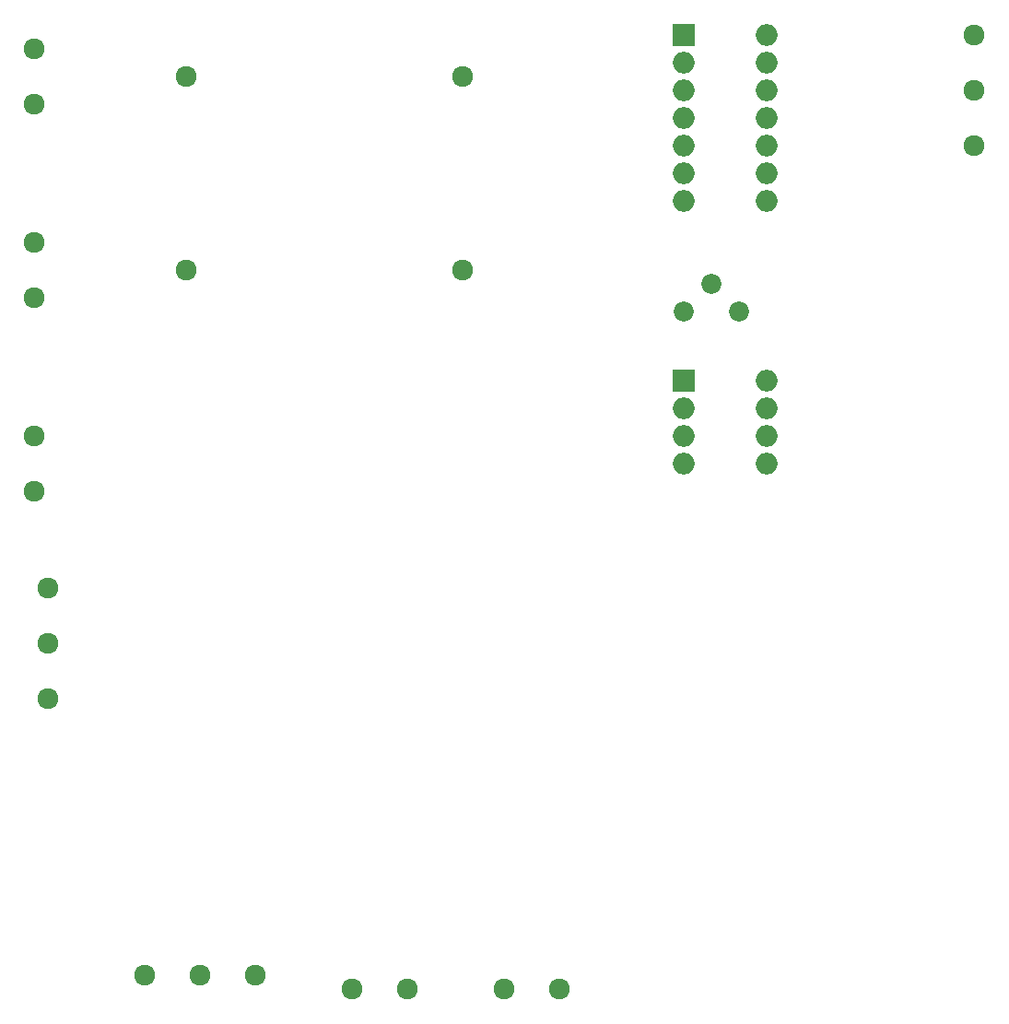
<source format=gbr>
G04 #@! TF.GenerationSoftware,KiCad,Pcbnew,(5.0.0)*
G04 #@! TF.CreationDate,2018-07-28T16:03:29+09:00*
G04 #@! TF.ProjectId,sensor-transducer,73656E736F722D7472616E7364756365,rev?*
G04 #@! TF.SameCoordinates,Original*
G04 #@! TF.FileFunction,Soldermask,Bot*
G04 #@! TF.FilePolarity,Negative*
%FSLAX46Y46*%
G04 Gerber Fmt 4.6, Leading zero omitted, Abs format (unit mm)*
G04 Created by KiCad (PCBNEW (5.0.0)) date 07/28/18 16:03:29*
%MOMM*%
%LPD*%
G01*
G04 APERTURE LIST*
%ADD10C,1.840000*%
%ADD11C,1.924000*%
%ADD12R,2.000000X2.000000*%
%ADD13O,2.000000X2.000000*%
G04 APERTURE END LIST*
D10*
G04 #@! TO.C,R1*
X100330000Y-67310000D03*
X102870000Y-64770000D03*
X105410000Y-67310000D03*
G04 #@! TD*
D11*
G04 #@! TO.C,R2*
X54610000Y-45720000D03*
X80010000Y-45720000D03*
G04 #@! TD*
G04 #@! TO.C,R3*
X54610000Y-63500000D03*
X80010000Y-63500000D03*
G04 #@! TD*
G04 #@! TO.C,U1*
X40640000Y-43180000D03*
X40640000Y-48260000D03*
G04 #@! TD*
G04 #@! TO.C,U2*
X40640000Y-60960000D03*
X40640000Y-66040000D03*
G04 #@! TD*
G04 #@! TO.C,U3*
X40640000Y-78740000D03*
X40640000Y-83820000D03*
G04 #@! TD*
G04 #@! TO.C,U4*
X41910000Y-97790000D03*
X41910000Y-92710000D03*
X41910000Y-102870000D03*
G04 #@! TD*
D12*
G04 #@! TO.C,U5*
X100330000Y-73660000D03*
D13*
X107950000Y-81280000D03*
X100330000Y-76200000D03*
X107950000Y-78740000D03*
X100330000Y-78740000D03*
X107950000Y-76200000D03*
X100330000Y-81280000D03*
X107950000Y-73660000D03*
G04 #@! TD*
D11*
G04 #@! TO.C,U6*
X83820000Y-129540000D03*
X88900000Y-129540000D03*
G04 #@! TD*
G04 #@! TO.C,U7*
X69850000Y-129540000D03*
X74930000Y-129540000D03*
G04 #@! TD*
G04 #@! TO.C,U8*
X55880000Y-128270000D03*
X50800000Y-128270000D03*
X60960000Y-128270000D03*
G04 #@! TD*
D12*
G04 #@! TO.C,U9*
X100330000Y-41910000D03*
D13*
X107950000Y-57150000D03*
X100330000Y-44450000D03*
X107950000Y-54610000D03*
X100330000Y-46990000D03*
X107950000Y-52070000D03*
X100330000Y-49530000D03*
X107950000Y-49530000D03*
X100330000Y-52070000D03*
X107950000Y-46990000D03*
X100330000Y-54610000D03*
X107950000Y-44450000D03*
X100330000Y-57150000D03*
X107950000Y-41910000D03*
G04 #@! TD*
D11*
G04 #@! TO.C,U10*
X127000000Y-46990000D03*
X127000000Y-52070000D03*
X127000000Y-41910000D03*
G04 #@! TD*
M02*

</source>
